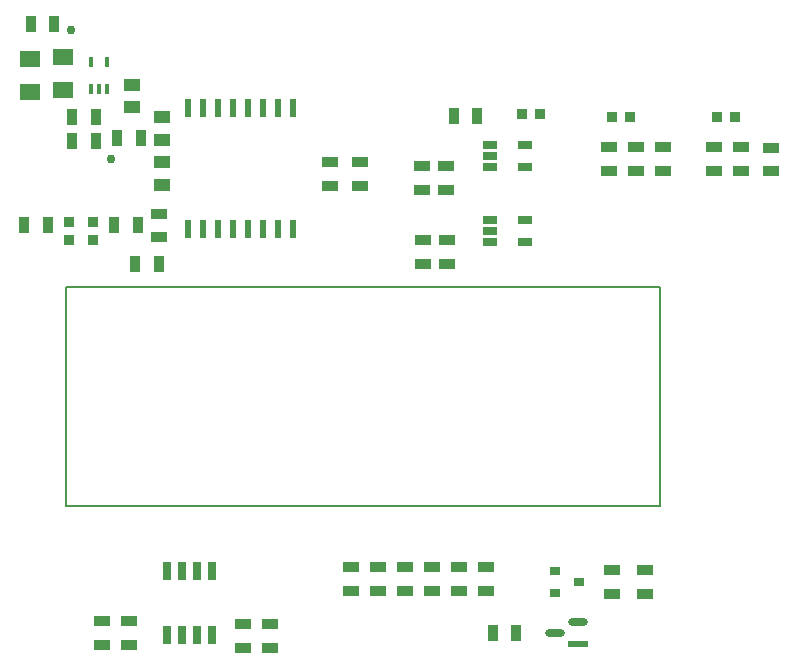
<source format=gtp>
G04*
G04 #@! TF.GenerationSoftware,Altium Limited,Altium Designer,23.1.1 (15)*
G04*
G04 Layer_Color=8421504*
%FSLAX25Y25*%
%MOIN*%
G70*
G04*
G04 #@! TF.SameCoordinates,8C77E051-C172-4F39-AE62-CDD73B8C3D6F*
G04*
G04*
G04 #@! TF.FilePolarity,Positive*
G04*
G01*
G75*
%ADD16C,0.00500*%
%ADD18R,0.03543X0.05315*%
%ADD19R,0.01575X0.03543*%
%ADD20R,0.05315X0.03543*%
G04:AMPARAMS|DCode=21|XSize=65.3mil|YSize=24.68mil|CornerRadius=12.34mil|HoleSize=0mil|Usage=FLASHONLY|Rotation=180.000|XOffset=0mil|YOffset=0mil|HoleType=Round|Shape=RoundedRectangle|*
%AMROUNDEDRECTD21*
21,1,0.06530,0.00000,0,0,180.0*
21,1,0.04063,0.02468,0,0,180.0*
1,1,0.02468,-0.02031,0.00000*
1,1,0.02468,0.02031,0.00000*
1,1,0.02468,0.02031,0.00000*
1,1,0.02468,-0.02031,0.00000*
%
%ADD21ROUNDEDRECTD21*%
%ADD22R,0.06530X0.02468*%
%ADD23R,0.02362X0.05906*%
%ADD24C,0.03000*%
%ADD25R,0.02559X0.06102*%
%ADD26R,0.07087X0.05709*%
%ADD27R,0.05512X0.04134*%
%ADD28R,0.03543X0.03740*%
G04:AMPARAMS|DCode=29|XSize=25.59mil|YSize=47.24mil|CornerRadius=1.92mil|HoleSize=0mil|Usage=FLASHONLY|Rotation=90.000|XOffset=0mil|YOffset=0mil|HoleType=Round|Shape=RoundedRectangle|*
%AMROUNDEDRECTD29*
21,1,0.02559,0.04341,0,0,90.0*
21,1,0.02175,0.04724,0,0,90.0*
1,1,0.00384,0.02170,0.01088*
1,1,0.00384,0.02170,-0.01088*
1,1,0.00384,-0.02170,-0.01088*
1,1,0.00384,-0.02170,0.01088*
%
%ADD29ROUNDEDRECTD29*%
%ADD30R,0.03543X0.03150*%
%ADD31R,0.03740X0.03543*%
D16*
X21004Y96504D02*
X218996D01*
X21004D02*
Y169496D01*
X218996D01*
Y96504D02*
Y169496D01*
X21004Y96504D02*
X218996D01*
X21004D02*
Y169496D01*
X218996D01*
Y96504D02*
Y169496D01*
D18*
X17000Y257000D02*
D03*
X9126D02*
D03*
X51874Y177000D02*
D03*
X44000D02*
D03*
X38063Y219000D02*
D03*
X45937D02*
D03*
X23063Y218000D02*
D03*
X30937D02*
D03*
X23063Y226000D02*
D03*
X30937D02*
D03*
X158000Y226443D02*
D03*
X150126D02*
D03*
X171000Y54000D02*
D03*
X163126D02*
D03*
X37063Y190000D02*
D03*
X44937D02*
D03*
X14937D02*
D03*
X7063D02*
D03*
D19*
X29441Y244528D02*
D03*
X34559D02*
D03*
Y235472D02*
D03*
X32000D02*
D03*
X29441D02*
D03*
D20*
X161000Y75937D02*
D03*
Y68063D02*
D03*
X152000Y75937D02*
D03*
Y68063D02*
D03*
X143000Y75937D02*
D03*
Y68063D02*
D03*
X134000Y75937D02*
D03*
Y68063D02*
D03*
X125000Y75937D02*
D03*
Y68063D02*
D03*
X116000Y75937D02*
D03*
Y68063D02*
D03*
X214000Y75000D02*
D03*
Y67126D02*
D03*
X80000Y57000D02*
D03*
Y49126D02*
D03*
X42000Y58000D02*
D03*
Y50126D02*
D03*
X33000D02*
D03*
Y58000D02*
D03*
X89000Y49126D02*
D03*
Y57000D02*
D03*
X256000Y215874D02*
D03*
Y208000D02*
D03*
X237000Y208063D02*
D03*
Y215937D02*
D03*
X246000D02*
D03*
Y208063D02*
D03*
X202000Y208126D02*
D03*
Y216000D02*
D03*
X211000D02*
D03*
Y208126D02*
D03*
X220000D02*
D03*
Y216000D02*
D03*
X140000Y177126D02*
D03*
Y185000D02*
D03*
X148000Y177126D02*
D03*
Y185000D02*
D03*
X139740Y201866D02*
D03*
Y209740D02*
D03*
X147740Y201866D02*
D03*
Y209740D02*
D03*
X203000Y75000D02*
D03*
Y67126D02*
D03*
X52000Y186000D02*
D03*
Y193874D02*
D03*
X119000Y210937D02*
D03*
Y203063D02*
D03*
X109000Y210937D02*
D03*
Y203063D02*
D03*
D21*
X184000Y54000D02*
D03*
X191691Y57602D02*
D03*
D22*
Y50398D02*
D03*
D23*
X61500Y188842D02*
D03*
X66500D02*
D03*
X71500D02*
D03*
X76500D02*
D03*
X81500D02*
D03*
X86500D02*
D03*
X91500D02*
D03*
X96500D02*
D03*
X61500Y229157D02*
D03*
X66500D02*
D03*
X71500D02*
D03*
X76500D02*
D03*
X81500D02*
D03*
X86500D02*
D03*
X91500D02*
D03*
X96500D02*
D03*
D24*
X22500Y255000D02*
D03*
X36000Y212000D02*
D03*
D25*
X69500Y74630D02*
D03*
X64500D02*
D03*
X59500D02*
D03*
X54500D02*
D03*
X69500Y53370D02*
D03*
X64500D02*
D03*
X59500D02*
D03*
X54500D02*
D03*
D26*
X20000Y246000D02*
D03*
Y234976D02*
D03*
X9000Y234488D02*
D03*
Y245512D02*
D03*
D27*
X43000Y236740D02*
D03*
Y229260D02*
D03*
X53000Y211000D02*
D03*
Y203520D02*
D03*
Y218520D02*
D03*
Y226000D02*
D03*
D28*
X244102Y226000D02*
D03*
X238000D02*
D03*
X209102D02*
D03*
X203000D02*
D03*
X173000Y227000D02*
D03*
X179102D02*
D03*
D29*
X173807Y191740D02*
D03*
Y184260D02*
D03*
X162193D02*
D03*
Y188000D02*
D03*
Y191740D02*
D03*
Y216740D02*
D03*
Y213000D02*
D03*
Y209260D02*
D03*
X173807D02*
D03*
Y216740D02*
D03*
D30*
X184063Y74740D02*
D03*
Y67260D02*
D03*
X191937Y71000D02*
D03*
D31*
X22000Y184898D02*
D03*
Y191000D02*
D03*
X30000Y185000D02*
D03*
Y191102D02*
D03*
M02*

</source>
